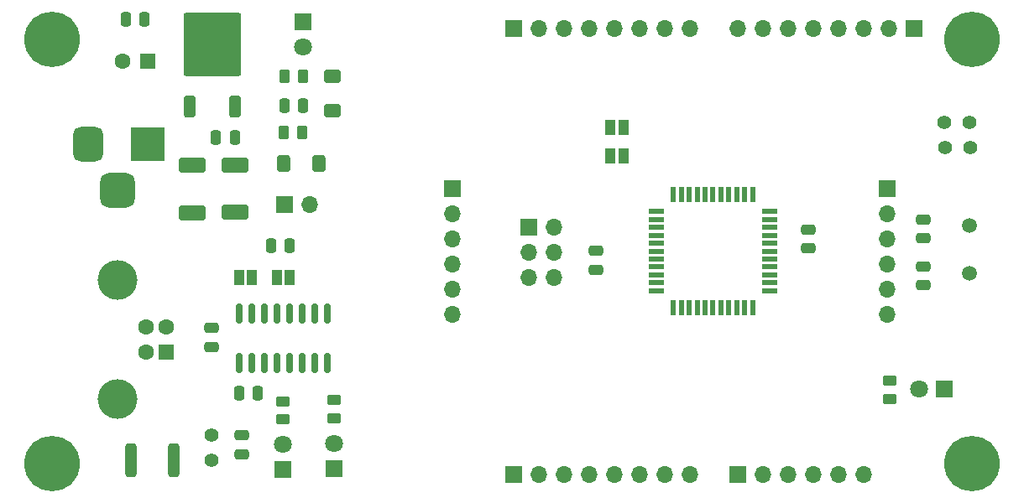
<source format=gbr>
%TF.GenerationSoftware,KiCad,Pcbnew,8.0.4*%
%TF.CreationDate,2024-09-09T16:31:10-03:00*%
%TF.ProjectId,Esquem_tico_V1,45737175-656d-4e17-9469-636f5f56312e,rev?*%
%TF.SameCoordinates,Original*%
%TF.FileFunction,Soldermask,Top*%
%TF.FilePolarity,Negative*%
%FSLAX46Y46*%
G04 Gerber Fmt 4.6, Leading zero omitted, Abs format (unit mm)*
G04 Created by KiCad (PCBNEW 8.0.4) date 2024-09-09 16:31:10*
%MOMM*%
%LPD*%
G01*
G04 APERTURE LIST*
G04 Aperture macros list*
%AMRoundRect*
0 Rectangle with rounded corners*
0 $1 Rounding radius*
0 $2 $3 $4 $5 $6 $7 $8 $9 X,Y pos of 4 corners*
0 Add a 4 corners polygon primitive as box body*
4,1,4,$2,$3,$4,$5,$6,$7,$8,$9,$2,$3,0*
0 Add four circle primitives for the rounded corners*
1,1,$1+$1,$2,$3*
1,1,$1+$1,$4,$5*
1,1,$1+$1,$6,$7*
1,1,$1+$1,$8,$9*
0 Add four rect primitives between the rounded corners*
20,1,$1+$1,$2,$3,$4,$5,0*
20,1,$1+$1,$4,$5,$6,$7,0*
20,1,$1+$1,$6,$7,$8,$9,0*
20,1,$1+$1,$8,$9,$2,$3,0*%
G04 Aperture macros list end*
%ADD10RoundRect,0.250000X-0.450000X0.262500X-0.450000X-0.262500X0.450000X-0.262500X0.450000X0.262500X0*%
%ADD11R,1.800000X1.800000*%
%ADD12C,1.800000*%
%ADD13RoundRect,0.250000X-0.262500X-0.450000X0.262500X-0.450000X0.262500X0.450000X-0.262500X0.450000X0*%
%ADD14R,1.700000X1.700000*%
%ADD15O,1.700000X1.700000*%
%ADD16RoundRect,0.150000X0.150000X-0.825000X0.150000X0.825000X-0.150000X0.825000X-0.150000X-0.825000X0*%
%ADD17RoundRect,0.250000X0.250000X0.475000X-0.250000X0.475000X-0.250000X-0.475000X0.250000X-0.475000X0*%
%ADD18RoundRect,0.250000X-0.250000X-0.475000X0.250000X-0.475000X0.250000X0.475000X-0.250000X0.475000X0*%
%ADD19R,1.000000X1.500000*%
%ADD20RoundRect,0.250000X0.400000X0.600000X-0.400000X0.600000X-0.400000X-0.600000X0.400000X-0.600000X0*%
%ADD21RoundRect,0.250000X0.475000X-0.250000X0.475000X0.250000X-0.475000X0.250000X-0.475000X-0.250000X0*%
%ADD22RoundRect,0.250000X1.100000X-0.500000X1.100000X0.500000X-1.100000X0.500000X-1.100000X-0.500000X0*%
%ADD23R,1.600000X1.600000*%
%ADD24C,1.600000*%
%ADD25C,4.000000*%
%ADD26C,1.400000*%
%ADD27RoundRect,0.250000X0.262500X0.450000X-0.262500X0.450000X-0.262500X-0.450000X0.262500X-0.450000X0*%
%ADD28RoundRect,0.250000X-0.475000X0.250000X-0.475000X-0.250000X0.475000X-0.250000X0.475000X0.250000X0*%
%ADD29R,3.500000X3.500000*%
%ADD30RoundRect,0.750000X-0.750000X-1.000000X0.750000X-1.000000X0.750000X1.000000X-0.750000X1.000000X0*%
%ADD31RoundRect,0.875000X-0.875000X-0.875000X0.875000X-0.875000X0.875000X0.875000X-0.875000X0.875000X0*%
%ADD32RoundRect,0.250000X-0.600000X0.400000X-0.600000X-0.400000X0.600000X-0.400000X0.600000X0.400000X0*%
%ADD33C,5.600000*%
%ADD34C,1.500000*%
%ADD35RoundRect,0.250000X0.312500X1.450000X-0.312500X1.450000X-0.312500X-1.450000X0.312500X-1.450000X0*%
%ADD36RoundRect,0.250000X0.350000X-0.850000X0.350000X0.850000X-0.350000X0.850000X-0.350000X-0.850000X0*%
%ADD37RoundRect,0.249997X2.650003X-2.950003X2.650003X2.950003X-2.650003X2.950003X-2.650003X-2.950003X0*%
%ADD38R,1.500000X0.550000*%
%ADD39R,0.550000X1.500000*%
G04 APERTURE END LIST*
D10*
%TO.C,R3*%
X128960000Y-102267500D03*
X128960000Y-104092500D03*
%TD*%
D11*
%TO.C,D6*%
X128960000Y-109105000D03*
D12*
X128960000Y-106565000D03*
%TD*%
D13*
%TO.C,R1*%
X129047500Y-75090000D03*
X130872500Y-75090000D03*
%TD*%
D14*
%TO.C,J9*%
X152200000Y-109620000D03*
D15*
X154740000Y-109620000D03*
X157280000Y-109620000D03*
X159820000Y-109620000D03*
X162360000Y-109620000D03*
X164900000Y-109620000D03*
X167440000Y-109620000D03*
X169980000Y-109620000D03*
%TD*%
D14*
%TO.C,J4*%
X153720000Y-84640000D03*
D15*
X156260000Y-84640000D03*
X153720000Y-87180000D03*
X156260000Y-87180000D03*
X153720000Y-89720000D03*
X156260000Y-89720000D03*
%TD*%
D16*
%TO.C,U3*%
X124500000Y-98350000D03*
X125770000Y-98350000D03*
X127040000Y-98350000D03*
X128310000Y-98350000D03*
X129580000Y-98350000D03*
X130850000Y-98350000D03*
X132120000Y-98350000D03*
X133390000Y-98350000D03*
X133390000Y-93400000D03*
X132120000Y-93400000D03*
X130850000Y-93400000D03*
X129580000Y-93400000D03*
X128310000Y-93400000D03*
X127040000Y-93400000D03*
X125770000Y-93400000D03*
X124500000Y-93400000D03*
%TD*%
D17*
%TO.C,C3*%
X129610000Y-86570000D03*
X127710000Y-86570000D03*
%TD*%
D18*
%TO.C,C10*%
X124500000Y-101430000D03*
X126400000Y-101430000D03*
%TD*%
D14*
%TO.C,J8*%
X192575000Y-64620000D03*
D15*
X190035000Y-64620000D03*
X187495000Y-64620000D03*
X184955000Y-64620000D03*
X182415000Y-64620000D03*
X179875000Y-64620000D03*
X177335000Y-64620000D03*
X174795000Y-64620000D03*
%TD*%
D18*
%TO.C,C4*%
X129050000Y-72370000D03*
X130950000Y-72370000D03*
%TD*%
D19*
%TO.C,JP5*%
X125790000Y-89750000D03*
X124490000Y-89750000D03*
%TD*%
D14*
%TO.C,J7*%
X189840000Y-80770000D03*
D15*
X189840000Y-83310000D03*
X189840000Y-85850000D03*
X189840000Y-88390000D03*
X189840000Y-90930000D03*
X189840000Y-93470000D03*
%TD*%
D11*
%TO.C,D8*%
X195620000Y-101050000D03*
D12*
X193080000Y-101050000D03*
%TD*%
D20*
%TO.C,D4*%
X132547500Y-78200000D03*
X129047500Y-78200000D03*
%TD*%
D19*
%TO.C,JP2*%
X161970000Y-74620000D03*
X163270000Y-74620000D03*
%TD*%
D21*
%TO.C,C12*%
X193490000Y-90550000D03*
X193490000Y-88650000D03*
%TD*%
D14*
%TO.C,J6*%
X146000000Y-80770000D03*
D15*
X146000000Y-83310000D03*
X146000000Y-85850000D03*
X146000000Y-88390000D03*
X146000000Y-90930000D03*
X146000000Y-93470000D03*
%TD*%
D22*
%TO.C,D5*%
X119750000Y-83207500D03*
X119750000Y-78407500D03*
%TD*%
D23*
%TO.C,J1*%
X117120000Y-97260000D03*
D24*
X117120000Y-94760000D03*
X115120000Y-94760000D03*
X115120000Y-97260000D03*
D25*
X112260000Y-102010000D03*
X112260000Y-90010000D03*
%TD*%
D26*
%TO.C,JP3*%
X195720000Y-76600000D03*
X198260000Y-76600000D03*
%TD*%
D17*
%TO.C,C1*%
X114984887Y-63670000D03*
X113084887Y-63670000D03*
%TD*%
D27*
%TO.C,R2*%
X130932500Y-69420000D03*
X129107500Y-69420000D03*
%TD*%
D21*
%TO.C,C6*%
X160530000Y-88980000D03*
X160530000Y-87080000D03*
%TD*%
D28*
%TO.C,C8*%
X193490000Y-83880000D03*
X193490000Y-85780000D03*
%TD*%
D26*
%TO.C,JP6*%
X121720000Y-108220000D03*
X121720000Y-105680000D03*
%TD*%
D29*
%TO.C,J2*%
X115280000Y-76260000D03*
D30*
X109280000Y-76260000D03*
D31*
X112280000Y-80960000D03*
%TD*%
D32*
%TO.C,D2*%
X133920000Y-69402500D03*
X133920000Y-72902500D03*
%TD*%
D26*
%TO.C,JP4*%
X198210000Y-74070000D03*
X195670000Y-74070000D03*
%TD*%
D33*
%TO.C,REF\u002A\u002A*%
X198449999Y-65720001D03*
%TD*%
D11*
%TO.C,D7*%
X134090000Y-109095000D03*
D12*
X134090000Y-106555000D03*
%TD*%
D33*
%TO.C,REF\u002A\u002A*%
X105650001Y-108519999D03*
%TD*%
D28*
%TO.C,C9*%
X124750000Y-105680000D03*
X124750000Y-107580000D03*
%TD*%
D14*
%TO.C,J5*%
X152200000Y-64620000D03*
D15*
X154740000Y-64620000D03*
X157280000Y-64620000D03*
X159820000Y-64620000D03*
X162360000Y-64620000D03*
X164900000Y-64620000D03*
X167440000Y-64620000D03*
X169980000Y-64620000D03*
%TD*%
D11*
%TO.C,D3*%
X130940000Y-63945000D03*
D12*
X130940000Y-66485000D03*
%TD*%
D10*
%TO.C,R5*%
X190120000Y-100207500D03*
X190120000Y-102032500D03*
%TD*%
D14*
%TO.C,J10*%
X174800000Y-109620000D03*
D15*
X177340000Y-109620000D03*
X179880000Y-109620000D03*
X182420000Y-109620000D03*
X184960000Y-109620000D03*
X187500000Y-109620000D03*
%TD*%
D22*
%TO.C,D1*%
X124075000Y-83182500D03*
X124075000Y-78382500D03*
%TD*%
D28*
%TO.C,C11*%
X121720000Y-94860000D03*
X121720000Y-96760000D03*
%TD*%
D10*
%TO.C,R4*%
X134080000Y-102157500D03*
X134080000Y-103982500D03*
%TD*%
D14*
%TO.C,J3*%
X129065000Y-82400000D03*
D15*
X131605000Y-82400000D03*
%TD*%
D33*
%TO.C,REF\u002A\u002A*%
X198450000Y-108520000D03*
%TD*%
D21*
%TO.C,C7*%
X181950000Y-86790000D03*
X181950000Y-84890000D03*
%TD*%
D34*
%TO.C,Y1*%
X198200000Y-89370000D03*
X198200000Y-84490000D03*
%TD*%
D35*
%TO.C,F1*%
X117897500Y-108220000D03*
X113622500Y-108220000D03*
%TD*%
D19*
%TO.C,JP1*%
X161970000Y-77460000D03*
X163270000Y-77460000D03*
%TD*%
D36*
%TO.C,U1*%
X119510000Y-72510000D03*
D37*
X121790000Y-66210000D03*
D36*
X124070000Y-72510000D03*
%TD*%
D23*
%TO.C,C2*%
X115260000Y-67950000D03*
D24*
X112760000Y-67950000D03*
%TD*%
D38*
%TO.C,U2*%
X166610000Y-83090000D03*
X166610000Y-83890000D03*
X166610000Y-84690000D03*
X166610000Y-85490000D03*
X166610000Y-86290000D03*
X166610000Y-87090000D03*
X166610000Y-87890000D03*
X166610000Y-88690000D03*
X166610000Y-89490000D03*
X166610000Y-90290000D03*
X166610000Y-91090000D03*
D39*
X168310000Y-92790000D03*
X169110000Y-92790000D03*
X169910000Y-92790000D03*
X170710000Y-92790000D03*
X171510000Y-92790000D03*
X172310000Y-92790000D03*
X173110000Y-92790000D03*
X173910000Y-92790000D03*
X174710000Y-92790000D03*
X175510000Y-92790000D03*
X176310000Y-92790000D03*
D38*
X178010000Y-91090000D03*
X178010000Y-90290000D03*
X178010000Y-89490000D03*
X178010000Y-88690000D03*
X178010000Y-87890000D03*
X178010000Y-87090000D03*
X178010000Y-86290000D03*
X178010000Y-85490000D03*
X178010000Y-84690000D03*
X178010000Y-83890000D03*
X178010000Y-83090000D03*
D39*
X176310000Y-81390000D03*
X175510000Y-81390000D03*
X174710000Y-81390000D03*
X173910000Y-81390000D03*
X173110000Y-81390000D03*
X172310000Y-81390000D03*
X171510000Y-81390000D03*
X170710000Y-81390000D03*
X169910000Y-81390000D03*
X169110000Y-81390000D03*
X168310000Y-81390000D03*
%TD*%
D19*
%TO.C,JP7*%
X128320000Y-89750000D03*
X129620000Y-89750000D03*
%TD*%
D17*
%TO.C,C5*%
X124070000Y-75630000D03*
X122170000Y-75630000D03*
%TD*%
D33*
%TO.C,REF\u002A\u002A*%
X105650000Y-65720000D03*
%TD*%
M02*

</source>
